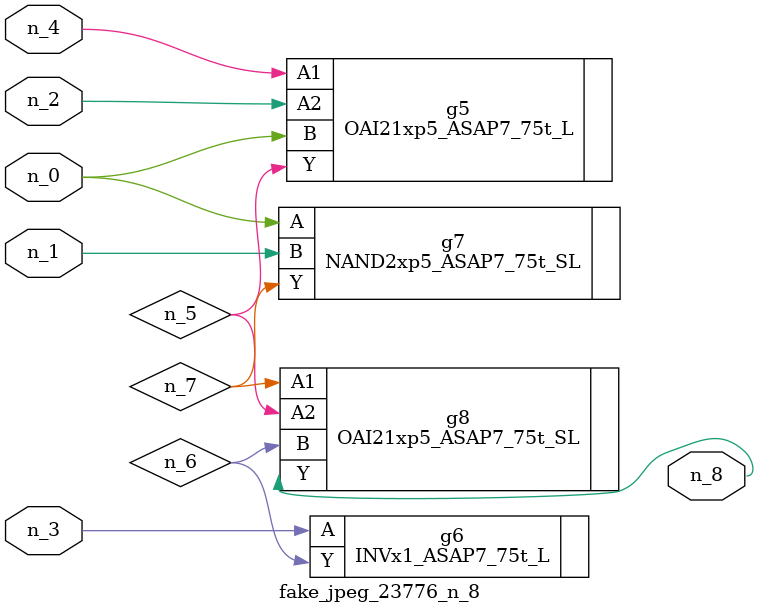
<source format=v>
module fake_jpeg_23776_n_8 (n_3, n_2, n_1, n_0, n_4, n_8);

input n_3;
input n_2;
input n_1;
input n_0;
input n_4;

output n_8;

wire n_6;
wire n_5;
wire n_7;

OAI21xp5_ASAP7_75t_L g5 ( 
.A1(n_4),
.A2(n_2),
.B(n_0),
.Y(n_5)
);

INVx1_ASAP7_75t_L g6 ( 
.A(n_3),
.Y(n_6)
);

NAND2xp5_ASAP7_75t_SL g7 ( 
.A(n_0),
.B(n_1),
.Y(n_7)
);

OAI21xp5_ASAP7_75t_SL g8 ( 
.A1(n_7),
.A2(n_5),
.B(n_6),
.Y(n_8)
);


endmodule
</source>
